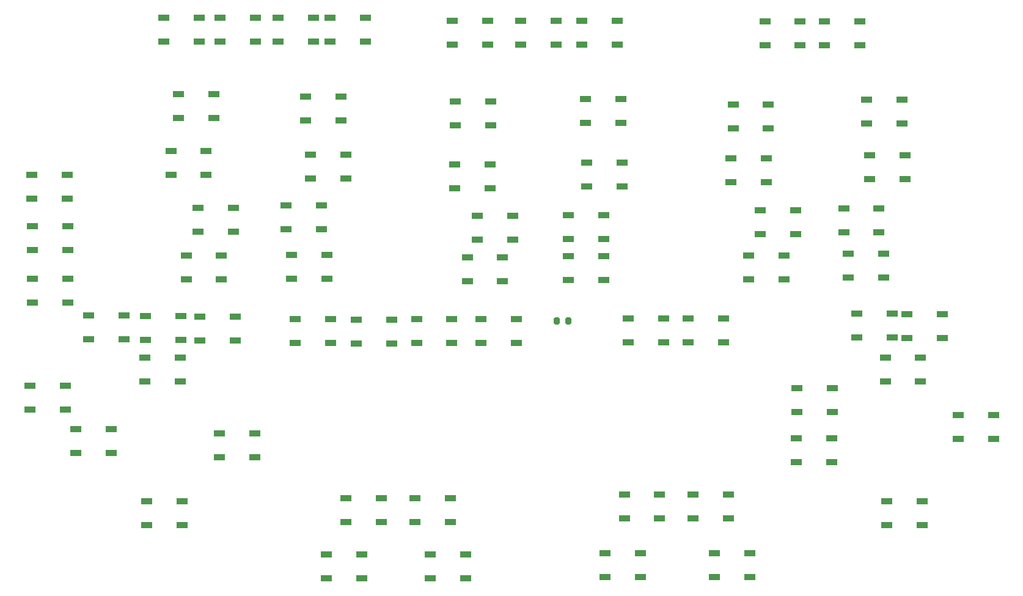
<source format=gbr>
%TF.GenerationSoftware,KiCad,Pcbnew,(6.0.9)*%
%TF.CreationDate,2023-01-06T21:13:37-09:00*%
%TF.ProjectId,INTR LT PANEL,494e5452-204c-4542-9050-414e454c2e6b,rev?*%
%TF.SameCoordinates,Original*%
%TF.FileFunction,Paste,Top*%
%TF.FilePolarity,Positive*%
%FSLAX46Y46*%
G04 Gerber Fmt 4.6, Leading zero omitted, Abs format (unit mm)*
G04 Created by KiCad (PCBNEW (6.0.9)) date 2023-01-06 21:13:37*
%MOMM*%
%LPD*%
G01*
G04 APERTURE LIST*
G04 Aperture macros list*
%AMRoundRect*
0 Rectangle with rounded corners*
0 $1 Rounding radius*
0 $2 $3 $4 $5 $6 $7 $8 $9 X,Y pos of 4 corners*
0 Add a 4 corners polygon primitive as box body*
4,1,4,$2,$3,$4,$5,$6,$7,$8,$9,$2,$3,0*
0 Add four circle primitives for the rounded corners*
1,1,$1+$1,$2,$3*
1,1,$1+$1,$4,$5*
1,1,$1+$1,$6,$7*
1,1,$1+$1,$8,$9*
0 Add four rect primitives between the rounded corners*
20,1,$1+$1,$2,$3,$4,$5,0*
20,1,$1+$1,$4,$5,$6,$7,0*
20,1,$1+$1,$6,$7,$8,$9,0*
20,1,$1+$1,$8,$9,$2,$3,0*%
G04 Aperture macros list end*
%ADD10R,1.500000X0.900000*%
%ADD11RoundRect,0.200000X0.200000X0.275000X-0.200000X0.275000X-0.200000X-0.275000X0.200000X-0.275000X0*%
G04 APERTURE END LIST*
D10*
%TO.C,D2*%
X151830000Y-49708800D03*
X151830000Y-53008800D03*
X156730000Y-53008800D03*
X156730000Y-49708800D03*
%TD*%
%TO.C,D3*%
X143600000Y-49759600D03*
X143600000Y-53059600D03*
X148500000Y-53059600D03*
X148500000Y-49759600D03*
%TD*%
%TO.C,D4*%
X118237000Y-49632800D03*
X118237000Y-52932800D03*
X123137000Y-52932800D03*
X123137000Y-49632800D03*
%TD*%
%TO.C,D5*%
X109781000Y-49607000D03*
X109781000Y-52907000D03*
X114681000Y-52907000D03*
X114681000Y-49607000D03*
%TD*%
%TO.C,D6*%
X100279000Y-49607000D03*
X100279000Y-52907000D03*
X105179000Y-52907000D03*
X105179000Y-49607000D03*
%TD*%
%TO.C,D7*%
X83390400Y-49200600D03*
X83390400Y-52500600D03*
X88290400Y-52500600D03*
X88290400Y-49200600D03*
%TD*%
%TO.C,D8*%
X76126000Y-49251800D03*
X76126000Y-52551800D03*
X81026000Y-52551800D03*
X81026000Y-49251800D03*
%TD*%
%TO.C,D9*%
X68122800Y-49226000D03*
X68122800Y-52526000D03*
X73022800Y-52526000D03*
X73022800Y-49226000D03*
%TD*%
%TO.C,D10*%
X60299600Y-49251400D03*
X60299600Y-52551400D03*
X65199600Y-52551400D03*
X65199600Y-49251400D03*
%TD*%
%TO.C,D11*%
X42064600Y-70968400D03*
X42064600Y-74268400D03*
X46964600Y-74268400D03*
X46964600Y-70968400D03*
%TD*%
%TO.C,D12*%
X42127000Y-78131400D03*
X42127000Y-81431400D03*
X47027000Y-81431400D03*
X47027000Y-78131400D03*
%TD*%
%TO.C,D13*%
X42115400Y-85344800D03*
X42115400Y-88644800D03*
X47015400Y-88644800D03*
X47015400Y-85344800D03*
%TD*%
%TO.C,D14*%
X41759800Y-100204000D03*
X41759800Y-103504000D03*
X46659800Y-103504000D03*
X46659800Y-100204000D03*
%TD*%
%TO.C,D15*%
X49936400Y-90475600D03*
X49936400Y-93775600D03*
X54836400Y-93775600D03*
X54836400Y-90475600D03*
%TD*%
%TO.C,D16*%
X57785000Y-90526400D03*
X57785000Y-93826400D03*
X62685000Y-93826400D03*
X62685000Y-90526400D03*
%TD*%
%TO.C,D17*%
X65331000Y-90602600D03*
X65331000Y-93902600D03*
X70231000Y-93902600D03*
X70231000Y-90602600D03*
%TD*%
%TO.C,D18*%
X63423800Y-82119000D03*
X63423800Y-85419000D03*
X68323800Y-85419000D03*
X68323800Y-82119000D03*
%TD*%
%TO.C,D19*%
X65088600Y-75566000D03*
X65088600Y-78866000D03*
X69988600Y-78866000D03*
X69988600Y-75566000D03*
%TD*%
%TO.C,D24*%
X77292200Y-75210200D03*
X77292200Y-78510200D03*
X82192200Y-78510200D03*
X82192200Y-75210200D03*
%TD*%
%TO.C,D25*%
X78042600Y-82068400D03*
X78042600Y-85368400D03*
X82942600Y-85368400D03*
X82942600Y-82068400D03*
%TD*%
%TO.C,D26*%
X78499800Y-90933000D03*
X78499800Y-94233000D03*
X83399800Y-94233000D03*
X83399800Y-90933000D03*
%TD*%
%TO.C,D27*%
X86997200Y-91009000D03*
X86997200Y-94309000D03*
X91897200Y-94309000D03*
X91897200Y-91009000D03*
%TD*%
%TO.C,D28*%
X95340000Y-90983800D03*
X95340000Y-94283800D03*
X100240000Y-94283800D03*
X100240000Y-90983800D03*
%TD*%
%TO.C,D29*%
X104281000Y-90983800D03*
X104281000Y-94283800D03*
X109181000Y-94283800D03*
X109181000Y-90983800D03*
%TD*%
%TO.C,D30*%
X102362000Y-82449200D03*
X102362000Y-85749200D03*
X107262000Y-85749200D03*
X107262000Y-82449200D03*
%TD*%
%TO.C,D31*%
X103761000Y-76658000D03*
X103761000Y-79958000D03*
X108661000Y-79958000D03*
X108661000Y-76658000D03*
%TD*%
%TO.C,D36*%
X116371000Y-76556600D03*
X116371000Y-79856600D03*
X121271000Y-79856600D03*
X121271000Y-76556600D03*
%TD*%
%TO.C,D37*%
X116360000Y-82221000D03*
X116360000Y-85521000D03*
X121260000Y-85521000D03*
X121260000Y-82221000D03*
%TD*%
%TO.C,D38*%
X124702000Y-90856800D03*
X124702000Y-94156800D03*
X129602000Y-94156800D03*
X129602000Y-90856800D03*
%TD*%
%TO.C,D39*%
X132971000Y-90907400D03*
X132971000Y-94207400D03*
X137871000Y-94207400D03*
X137871000Y-90907400D03*
%TD*%
%TO.C,D40*%
X141351000Y-82195200D03*
X141351000Y-85495200D03*
X146251000Y-85495200D03*
X146251000Y-82195200D03*
%TD*%
%TO.C,D41*%
X142953000Y-75921400D03*
X142953000Y-79221400D03*
X147853000Y-79221400D03*
X147853000Y-75921400D03*
%TD*%
%TO.C,D46*%
X154522000Y-75667600D03*
X154522000Y-78967600D03*
X159422000Y-78967600D03*
X159422000Y-75667600D03*
%TD*%
%TO.C,D47*%
X155171000Y-81915800D03*
X155171000Y-85215800D03*
X160071000Y-85215800D03*
X160071000Y-81915800D03*
%TD*%
%TO.C,D48*%
X156339000Y-90196200D03*
X156339000Y-93496200D03*
X161239000Y-93496200D03*
X161239000Y-90196200D03*
%TD*%
%TO.C,D49*%
X163299000Y-90247400D03*
X163299000Y-93547400D03*
X168199000Y-93547400D03*
X168199000Y-90247400D03*
%TD*%
%TO.C,D50*%
X160276000Y-96317600D03*
X160276000Y-99617600D03*
X165176000Y-99617600D03*
X165176000Y-96317600D03*
%TD*%
%TO.C,D51*%
X170385000Y-104268000D03*
X170385000Y-107568000D03*
X175285000Y-107568000D03*
X175285000Y-104268000D03*
%TD*%
%TO.C,D52*%
X160466000Y-116155000D03*
X160466000Y-119455000D03*
X165366000Y-119455000D03*
X165366000Y-116155000D03*
%TD*%
%TO.C,D53*%
X147983000Y-107469000D03*
X147983000Y-110769000D03*
X152883000Y-110769000D03*
X152883000Y-107469000D03*
%TD*%
%TO.C,D54*%
X148008000Y-100560000D03*
X148008000Y-103860000D03*
X152908000Y-103860000D03*
X152908000Y-100560000D03*
%TD*%
%TO.C,D55*%
X136629000Y-123394000D03*
X136629000Y-126694000D03*
X141529000Y-126694000D03*
X141529000Y-123394000D03*
%TD*%
%TO.C,D56*%
X133625000Y-115250000D03*
X133625000Y-118550000D03*
X138525000Y-118550000D03*
X138525000Y-115250000D03*
%TD*%
%TO.C,D57*%
X124125000Y-115275000D03*
X124125000Y-118575000D03*
X129025000Y-118575000D03*
X129025000Y-115275000D03*
%TD*%
%TO.C,D58*%
X121490000Y-123419000D03*
X121490000Y-126719000D03*
X126390000Y-126719000D03*
X126390000Y-123419000D03*
%TD*%
%TO.C,D59*%
X97208000Y-123597000D03*
X97208000Y-126897000D03*
X102108000Y-126897000D03*
X102108000Y-123597000D03*
%TD*%
%TO.C,D60*%
X95150600Y-115749000D03*
X95150600Y-119049000D03*
X100050600Y-119049000D03*
X100050600Y-115749000D03*
%TD*%
%TO.C,D61*%
X85574800Y-115799000D03*
X85574800Y-119099000D03*
X90474800Y-119099000D03*
X90474800Y-115799000D03*
%TD*%
%TO.C,D62*%
X82831600Y-123572000D03*
X82831600Y-126872000D03*
X87731600Y-126872000D03*
X87731600Y-123572000D03*
%TD*%
%TO.C,D63*%
X68035000Y-106783000D03*
X68035000Y-110083000D03*
X72935000Y-110083000D03*
X72935000Y-106783000D03*
%TD*%
%TO.C,D64*%
X57711000Y-96317600D03*
X57711000Y-99617600D03*
X62611000Y-99617600D03*
X62611000Y-96317600D03*
%TD*%
%TO.C,D65*%
X48133000Y-106173000D03*
X48133000Y-109473000D03*
X53033000Y-109473000D03*
X53033000Y-106173000D03*
%TD*%
%TO.C,D66*%
X57990400Y-116155000D03*
X57990400Y-119455000D03*
X62890400Y-119455000D03*
X62890400Y-116155000D03*
%TD*%
%TO.C,D20*%
X61300000Y-67650000D03*
X61300000Y-70950000D03*
X66200000Y-70950000D03*
X66200000Y-67650000D03*
%TD*%
%TO.C,D21*%
X62350000Y-59800000D03*
X62350000Y-63100000D03*
X67250000Y-63100000D03*
X67250000Y-59800000D03*
%TD*%
%TO.C,D22*%
X79975000Y-60125000D03*
X79975000Y-63425000D03*
X84875000Y-63425000D03*
X84875000Y-60125000D03*
%TD*%
%TO.C,D23*%
X80675000Y-68150000D03*
X80675000Y-71450000D03*
X85575000Y-71450000D03*
X85575000Y-68150000D03*
%TD*%
%TO.C,D32*%
X100650000Y-69550000D03*
X100650000Y-72850000D03*
X105550000Y-72850000D03*
X105550000Y-69550000D03*
%TD*%
%TO.C,D33*%
X100725000Y-60825000D03*
X100725000Y-64125000D03*
X105625000Y-64125000D03*
X105625000Y-60825000D03*
%TD*%
%TO.C,D34*%
X118775000Y-60475000D03*
X118775000Y-63775000D03*
X123675000Y-63775000D03*
X123675000Y-60475000D03*
%TD*%
%TO.C,D35*%
X118925000Y-69300000D03*
X118925000Y-72600000D03*
X123825000Y-72600000D03*
X123825000Y-69300000D03*
%TD*%
%TO.C,D42*%
X138925000Y-68725000D03*
X138925000Y-72025000D03*
X143825000Y-72025000D03*
X143825000Y-68725000D03*
%TD*%
%TO.C,D43*%
X139200000Y-61275000D03*
X139200000Y-64575000D03*
X144100000Y-64575000D03*
X144100000Y-61275000D03*
%TD*%
%TO.C,D44*%
X157725000Y-60525000D03*
X157725000Y-63825000D03*
X162625000Y-63825000D03*
X162625000Y-60525000D03*
%TD*%
%TO.C,D45*%
X158100000Y-68300000D03*
X158100000Y-71600000D03*
X163000000Y-71600000D03*
X163000000Y-68300000D03*
%TD*%
D11*
%TO.C,R1*%
X116395000Y-91186000D03*
X114745000Y-91186000D03*
%TD*%
M02*

</source>
